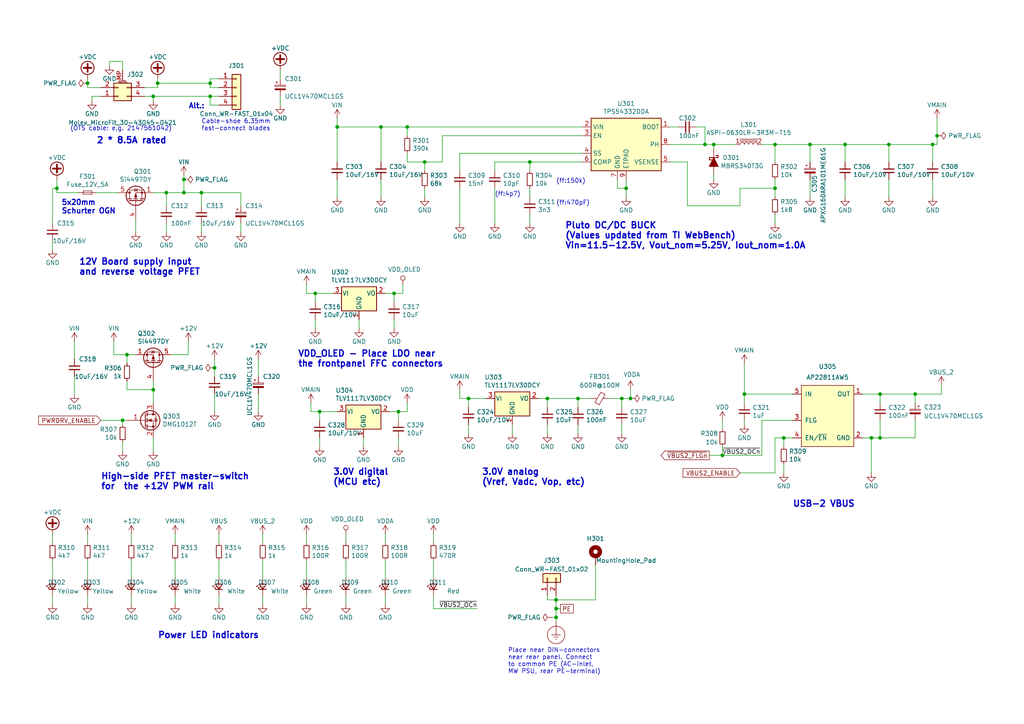
<source format=kicad_sch>
(kicad_sch (version 20211123) (generator eeschema)
  (paper "A4")
  (title_block (title "DC/DC Buck, LDOs & master load-switches") (date "2020-05-08") (rev "R0.1") (company "SolderingStationGroup : Jonny Svärd / Mathias Johansson / Magnus Thulesius"))
  (junction (at 255.27 114.3))
  (junction (at 161.29 173.99))
  (junction (at 44.45 113.03))
  (junction (at 161.29 179.07))
  (junction (at 35.56 121.92))
  (junction (at 60.96 24.13))
  (junction (at 270.51 41.91))
  (junction (at 91.44 85.09))
  (junction (at 255.27 127))
  (junction (at 92.71 119.38))
  (junction (at 207.01 41.91))
  (junction (at 123.19 46.99))
  (junction (at 158.75 115.57))
  (junction (at 135.89 115.57))
  (junction (at 215.9 114.3))
  (junction (at 245.11 41.91))
  (junction (at 271.78 39.37))
  (junction (at 97.79 36.83))
  (junction (at 45.72 24.13))
  (junction (at 161.29 176.53))
  (junction (at 167.64 115.57))
  (junction (at 48.26 55.88))
  (junction (at 16.51 54.61))
  (junction (at 44.45 27.94))
  (junction (at 110.49 36.83))
  (junction (at 115.57 119.38))
  (junction (at 53.34 55.88))
  (junction (at 114.3 85.09))
  (junction (at 118.11 36.83))
  (junction (at 182.88 115.57))
  (junction (at 25.4 24.13))
  (junction (at 265.43 114.3))
  (junction (at 204.47 41.91))
  (junction (at 209.55 132.08))
  (junction (at 257.81 41.91))
  (junction (at 227.33 127))
  (junction (at 60.96 27.94))
  (junction (at 58.42 55.88))
  (junction (at 53.34 52.07))
  (junction (at 224.79 41.91))
  (junction (at 224.79 54.61))
  (junction (at 180.34 115.57))
  (junction (at 36.83 102.87))
  (junction (at 62.23 106.68))
  (junction (at 153.67 46.99))
  (junction (at 181.61 54.61))
  (junction (at 252.73 127))
  (junction (at 234.95 41.91))
  (wire (pts (xy 161.29 173.99) (xy 161.29 172.72)))
  (wire (pts (xy 143.51 46.99) (xy 143.51 49.53)))
  (wire (pts (xy 270.51 41.91) (xy 271.78 41.91)))
  (wire (pts (xy 16.51 55.88) (xy 16.51 54.61)))
  (wire (pts (xy 15.24 154.94) (xy 15.24 157.48)))
  (wire (pts (xy 118.11 39.37) (xy 118.11 36.83)))
  (wire (pts (xy 90.17 119.38) (xy 92.71 119.38)))
  (wire (pts (xy 271.78 39.37) (xy 271.78 34.29)))
  (wire (pts (xy 250.19 114.3) (xy 255.27 114.3)))
  (wire (pts (xy 44.45 110.49) (xy 44.45 113.03)))
  (wire (pts (xy 44.45 55.88) (xy 48.26 55.88)))
  (wire (pts (xy 25.4 162.56) (xy 25.4 167.64)))
  (wire (pts (xy 265.43 114.3) (xy 273.05 114.3)))
  (wire (pts (xy 100.33 172.72) (xy 100.33 175.26)))
  (wire (pts (xy 111.76 154.94) (xy 111.76 157.48)))
  (wire (pts (xy 273.05 114.3) (xy 273.05 111.76)))
  (wire (pts (xy 234.95 57.15) (xy 234.95 52.07)))
  (wire (pts (xy 58.42 64.77) (xy 58.42 67.31)))
  (wire (pts (xy 158.75 173.99) (xy 161.29 173.99)))
  (wire (pts (xy 38.1 154.94) (xy 38.1 157.48)))
  (wire (pts (xy 63.5 162.56) (xy 63.5 167.64)))
  (wire (pts (xy 194.31 41.91) (xy 204.47 41.91)))
  (wire (pts (xy 123.19 49.53) (xy 123.19 46.99)))
  (wire (pts (xy 100.33 162.56) (xy 100.33 167.64)))
  (wire (pts (xy 69.85 55.88) (xy 69.85 59.69)))
  (wire (pts (xy 224.79 46.99) (xy 224.79 41.91)))
  (wire (pts (xy 58.42 55.88) (xy 69.85 55.88)))
  (wire (pts (xy 53.34 55.88) (xy 53.34 52.07)))
  (wire (pts (xy 34.29 55.88) (xy 27.94 55.88)))
  (wire (pts (xy 224.79 41.91) (xy 234.95 41.91)))
  (wire (pts (xy 257.81 46.99) (xy 257.81 41.91)))
  (wire (pts (xy 168.91 44.45) (xy 133.35 44.45)))
  (wire (pts (xy 62.23 104.14) (xy 62.23 106.68)))
  (wire (pts (xy 182.88 115.57) (xy 180.34 115.57)))
  (wire (pts (xy 162.56 176.53) (xy 161.29 176.53)))
  (wire (pts (xy 62.23 114.3) (xy 62.23 119.38)))
  (wire (pts (xy 36.83 102.87) (xy 33.02 102.87)))
  (wire (pts (xy 15.24 54.61) (xy 16.51 54.61)))
  (wire (pts (xy 44.45 27.94) (xy 41.91 27.94)))
  (wire (pts (xy 113.03 119.38) (xy 115.57 119.38)))
  (wire (pts (xy 81.28 20.32) (xy 81.28 22.86)))
  (wire (pts (xy 90.17 116.84) (xy 90.17 119.38)))
  (wire (pts (xy 50.8 162.56) (xy 50.8 167.64)))
  (wire (pts (xy 207.01 43.18) (xy 207.01 41.91)))
  (wire (pts (xy 252.73 127) (xy 252.73 137.16)))
  (wire (pts (xy 111.76 172.72) (xy 111.76 175.26)))
  (wire (pts (xy 110.49 36.83) (xy 97.79 36.83)))
  (wire (pts (xy 168.91 36.83) (xy 118.11 36.83)))
  (wire (pts (xy 118.11 46.99) (xy 123.19 46.99)))
  (wire (pts (xy 105.41 127) (xy 105.41 129.54)))
  (wire (pts (xy 63.5 154.94) (xy 63.5 157.48)))
  (wire (pts (xy 180.34 123.19) (xy 180.34 125.73)))
  (wire (pts (xy 227.33 134.62) (xy 227.33 137.16)))
  (wire (pts (xy 125.73 167.64) (xy 125.73 162.56)))
  (wire (pts (xy 38.1 172.72) (xy 38.1 175.26)))
  (wire (pts (xy 172.72 173.99) (xy 172.72 163.83)))
  (wire (pts (xy 88.9 172.72) (xy 88.9 175.26)))
  (wire (pts (xy 209.55 121.92) (xy 209.55 124.46)))
  (wire (pts (xy 63.5 172.72) (xy 63.5 175.26)))
  (wire (pts (xy 118.11 119.38) (xy 118.11 116.84)))
  (wire (pts (xy 255.27 116.84) (xy 255.27 114.3)))
  (wire (pts (xy 158.75 115.57) (xy 158.75 118.11)))
  (wire (pts (xy 92.71 119.38) (xy 97.79 119.38)))
  (wire (pts (xy 245.11 41.91) (xy 257.81 41.91)))
  (wire (pts (xy 104.14 92.71) (xy 104.14 95.25)))
  (wire (pts (xy 123.19 57.15) (xy 123.19 54.61)))
  (wire (pts (xy 97.79 57.15) (xy 97.79 52.07)))
  (wire (pts (xy 45.72 24.13) (xy 45.72 22.86)))
  (wire (pts (xy 39.37 102.87) (xy 36.83 102.87)))
  (wire (pts (xy 207.01 41.91) (xy 213.36 41.91)))
  (wire (pts (xy 161.29 180.34) (xy 161.29 179.07)))
  (wire (pts (xy 33.02 102.87) (xy 33.02 99.06)))
  (wire (pts (xy 48.26 64.77) (xy 48.26 67.31)))
  (wire (pts (xy 153.67 46.99) (xy 143.51 46.99)))
  (wire (pts (xy 114.3 85.09) (xy 114.3 87.63)))
  (wire (pts (xy 110.49 57.15) (xy 110.49 52.07)))
  (wire (pts (xy 215.9 114.3) (xy 229.87 114.3)))
  (wire (pts (xy 97.79 46.99) (xy 97.79 36.83)))
  (wire (pts (xy 133.35 44.45) (xy 133.35 49.53)))
  (wire (pts (xy 125.73 176.53) (xy 125.73 172.72)))
  (wire (pts (xy 100.33 154.94) (xy 100.33 157.48)))
  (wire (pts (xy 204.47 41.91) (xy 207.01 41.91)))
  (wire (pts (xy 60.96 30.48) (xy 60.96 27.94)))
  (wire (pts (xy 135.89 123.19) (xy 135.89 125.73)))
  (wire (pts (xy 88.9 85.09) (xy 91.44 85.09)))
  (wire (pts (xy 245.11 57.15) (xy 245.11 52.07)))
  (wire (pts (xy 158.75 172.72) (xy 158.75 173.99)))
  (wire (pts (xy 255.27 114.3) (xy 265.43 114.3)))
  (wire (pts (xy 48.26 55.88) (xy 53.34 55.88)))
  (wire (pts (xy 181.61 54.61) (xy 181.61 57.15)))
  (wire (pts (xy 209.55 129.54) (xy 209.55 132.08)))
  (wire (pts (xy 115.57 119.38) (xy 118.11 119.38)))
  (wire (pts (xy 36.83 110.49) (xy 36.83 113.03)))
  (wire (pts (xy 35.56 123.19) (xy 35.56 121.92)))
  (wire (pts (xy 63.5 27.94) (xy 60.96 27.94)))
  (wire (pts (xy 270.51 46.99) (xy 270.51 41.91)))
  (wire (pts (xy 265.43 127) (xy 265.43 121.92)))
  (wire (pts (xy 209.55 132.08) (xy 220.98 132.08)))
  (wire (pts (xy 76.2 172.72) (xy 76.2 175.26)))
  (wire (pts (xy 234.95 46.99) (xy 234.95 41.91)))
  (wire (pts (xy 179.07 54.61) (xy 181.61 54.61)))
  (wire (pts (xy 255.27 127) (xy 265.43 127)))
  (wire (pts (xy 158.75 123.19) (xy 158.75 125.73)))
  (wire (pts (xy 22.86 55.88) (xy 16.51 55.88)))
  (wire (pts (xy 158.75 115.57) (xy 167.64 115.57)))
  (wire (pts (xy 128.27 39.37) (xy 168.91 39.37)))
  (wire (pts (xy 250.19 127) (xy 252.73 127)))
  (wire (pts (xy 31.75 19.05) (xy 31.75 17.78)))
  (wire (pts (xy 114.3 92.71) (xy 114.3 95.25)))
  (wire (pts (xy 182.88 115.57) (xy 182.88 113.03)))
  (wire (pts (xy 60.96 22.86) (xy 60.96 24.13)))
  (wire (pts (xy 60.96 24.13) (xy 60.96 25.4)))
  (wire (pts (xy 25.4 25.4) (xy 25.4 24.13)))
  (wire (pts (xy 161.29 176.53) (xy 161.29 173.99)))
  (wire (pts (xy 128.27 46.99) (xy 128.27 39.37)))
  (wire (pts (xy 180.34 115.57) (xy 176.53 115.57)))
  (wire (pts (xy 125.73 157.48) (xy 125.73 154.94)))
  (wire (pts (xy 88.9 82.55) (xy 88.9 85.09)))
  (wire (pts (xy 224.79 62.23) (xy 224.79 64.77)))
  (wire (pts (xy 224.79 54.61) (xy 224.79 57.15)))
  (wire (pts (xy 148.59 123.19) (xy 148.59 125.73)))
  (wire (pts (xy 44.45 29.21) (xy 44.45 27.94)))
  (wire (pts (xy 179.07 52.07) (xy 179.07 54.61)))
  (wire (pts (xy 199.39 46.99) (xy 194.31 46.99)))
  (wire (pts (xy 227.33 129.54) (xy 227.33 127)))
  (wire (pts (xy 153.67 46.99) (xy 153.67 49.53)))
  (wire (pts (xy 60.96 27.94) (xy 44.45 27.94)))
  (wire (pts (xy 138.43 176.53) (xy 125.73 176.53)))
  (wire (pts (xy 153.67 62.23) (xy 153.67 64.77)))
  (wire (pts (xy 41.91 25.4) (xy 45.72 25.4)))
  (wire (pts (xy 29.21 25.4) (xy 25.4 25.4)))
  (wire (pts (xy 180.34 118.11) (xy 180.34 115.57)))
  (wire (pts (xy 265.43 116.84) (xy 265.43 114.3)))
  (wire (pts (xy 74.93 104.14) (xy 74.93 109.22)))
  (wire (pts (xy 160.02 179.07) (xy 161.29 179.07)))
  (wire (pts (xy 245.11 46.99) (xy 245.11 41.91)))
  (wire (pts (xy 133.35 54.61) (xy 133.35 64.77)))
  (wire (pts (xy 35.56 128.27) (xy 35.56 130.81)))
  (wire (pts (xy 227.33 127) (xy 229.87 127)))
  (wire (pts (xy 76.2 154.94) (xy 76.2 157.48)))
  (wire (pts (xy 257.81 41.91) (xy 270.51 41.91)))
  (wire (pts (xy 181.61 52.07) (xy 181.61 54.61)))
  (wire (pts (xy 257.81 57.15) (xy 257.81 52.07)))
  (wire (pts (xy 224.79 137.16) (xy 224.79 127)))
  (wire (pts (xy 54.61 102.87) (xy 54.61 99.06)))
  (wire (pts (xy 92.71 119.38) (xy 92.71 121.92)))
  (wire (pts (xy 199.39 59.69) (xy 199.39 46.99)))
  (wire (pts (xy 62.23 106.68) (xy 62.23 109.22)))
  (wire (pts (xy 123.19 46.99) (xy 128.27 46.99)))
  (wire (pts (xy 110.49 46.99) (xy 110.49 36.83)))
  (wire (pts (xy 45.72 25.4) (xy 45.72 24.13)))
  (wire (pts (xy 215.9 123.19) (xy 215.9 121.92)))
  (wire (pts (xy 220.98 41.91) (xy 224.79 41.91)))
  (wire (pts (xy 49.53 102.87) (xy 54.61 102.87)))
  (wire (pts (xy 44.45 130.81) (xy 44.45 127)))
  (wire (pts (xy 48.26 55.88) (xy 48.26 59.69)))
  (wire (pts (xy 63.5 22.86) (xy 60.96 22.86)))
  (wire (pts (xy 91.44 92.71) (xy 91.44 95.25)))
  (wire (pts (xy 26.67 27.94) (xy 29.21 27.94)))
  (wire (pts (xy 39.37 67.31) (xy 39.37 63.5)))
  (wire (pts (xy 31.75 17.78) (xy 35.56 17.78)))
  (wire (pts (xy 167.64 115.57) (xy 171.45 115.57)))
  (wire (pts (xy 63.5 30.48) (xy 60.96 30.48)))
  (wire (pts (xy 224.79 54.61) (xy 214.63 54.61)))
  (wire (pts (xy 167.64 123.19) (xy 167.64 125.73)))
  (wire (pts (xy 69.85 64.77) (xy 69.85 67.31)))
  (wire (pts (xy 35.56 121.92) (xy 29.21 121.92)))
  (wire (pts (xy 97.79 36.83) (xy 97.79 34.29)))
  (wire (pts (xy 220.98 121.92) (xy 229.87 121.92)))
  (wire (pts (xy 36.83 121.92) (xy 35.56 121.92)))
  (wire (pts (xy 88.9 162.56) (xy 88.9 167.64)))
  (wire (pts (xy 53.34 52.07) (xy 53.34 50.8)))
  (wire (pts (xy 25.4 172.72) (xy 25.4 175.26)))
  (wire (pts (xy 215.9 116.84) (xy 215.9 114.3)))
  (wire (pts (xy 255.27 121.92) (xy 255.27 127)))
  (wire (pts (xy 21.59 99.06) (xy 21.59 104.14)))
  (wire (pts (xy 204.47 36.83) (xy 204.47 41.91)))
  (wire (pts (xy 91.44 85.09) (xy 91.44 87.63)))
  (wire (pts (xy 156.21 115.57) (xy 158.75 115.57)))
  (wire (pts (xy 50.8 172.72) (xy 50.8 175.26)))
  (wire (pts (xy 114.3 85.09) (xy 116.84 85.09)))
  (wire (pts (xy 135.89 115.57) (xy 140.97 115.57)))
  (wire (pts (xy 111.76 85.09) (xy 114.3 85.09)))
  (wire (pts (xy 116.84 85.09) (xy 116.84 82.55)))
  (wire (pts (xy 135.89 115.57) (xy 135.89 118.11)))
  (wire (pts (xy 207.01 52.07) (xy 207.01 50.8)))
  (wire (pts (xy 224.79 52.07) (xy 224.79 54.61)))
  (wire (pts (xy 15.24 72.39) (xy 15.24 69.85)))
  (wire (pts (xy 111.76 162.56) (xy 111.76 167.64)))
  (wire (pts (xy 35.56 17.78) (xy 35.56 20.32)))
  (wire (pts (xy 15.24 172.72) (xy 15.24 175.26)))
  (wire (pts (xy 88.9 154.94) (xy 88.9 157.48)))
  (wire (pts (xy 214.63 59.69) (xy 199.39 59.69)))
  (wire (pts (xy 215.9 105.41) (xy 215.9 114.3)))
  (wire (pts (xy 168.91 46.99) (xy 153.67 46.99)))
  (wire (pts (xy 167.64 118.11) (xy 167.64 115.57)))
  (wire (pts (xy 38.1 162.56) (xy 38.1 167.64)))
  (wire (pts (xy 25.4 24.13) (xy 25.4 22.86)))
  (wire (pts (xy 271.78 41.91) (xy 271.78 39.37)))
  (wire (pts (xy 16.51 54.61) (xy 16.51 52.07)))
  (wire (pts (xy 133.35 113.03) (xy 133.35 115.57)))
  (wire (pts (xy 45.72 24.13) (xy 60.96 24.13)))
  (wire (pts (xy 92.71 127) (xy 92.71 129.54)))
  (wire (pts (xy 76.2 162.56) (xy 76.2 167.64)))
  (wire (pts (xy 214.63 137.16) (xy 224.79 137.16)))
  (wire (pts (xy 21.59 109.22) (xy 21.59 114.3)))
  (wire (pts (xy 115.57 127) (xy 115.57 129.54)))
  (wire (pts (xy 252.73 127) (xy 255.27 127)))
  (wire (pts (xy 194.31 36.83) (xy 196.85 36.83)))
  (wire (pts (xy 44.45 113.03) (xy 44.45 116.84)))
  (wire (pts (xy 205.74 132.08) (xy 209.55 132.08)))
  (wire (pts (xy 50.8 154.94) (xy 50.8 157.48)))
  (wire (pts (xy 15.24 64.77) (xy 15.24 54.61)))
  (wire (pts (xy 81.28 27.94) (xy 81.28 30.48)))
  (wire (pts (xy 36.83 113.03) (xy 44.45 113.03)))
  (wire (pts (xy 53.34 55.88) (xy 58.42 55.88)))
  (wire (pts (xy 214.63 54.61) (xy 214.63 59.69)))
  (wire (pts (xy 15.24 162.56) (xy 15.24 167.64)))
  (wire (pts (xy 25.4 154.94) (xy 25.4 157.48)))
  (wire (pts (xy 161.29 173.99) (xy 172.72 173.99)))
  (wire (pts (xy 91.44 85.09) (xy 96.52 85.09)))
  (wire (pts (xy 234.95 41.91) (xy 245.11 41.91)))
  (wire (pts (xy 118.11 46.99) (xy 118.11 44.45)))
  (wire (pts (xy 220.98 132.08) (xy 220.98 121.92)))
  (wire (pts (xy 201.93 36.83) (xy 204.47 36.83)))
  (wire (pts (xy 74.93 114.3) (xy 74.93 119.38)))
  (wire (pts (xy 36.83 105.41) (xy 36.83 102.87)))
  (wire (pts (xy 270.51 57.15) (xy 270.51 52.07)))
  (wire (pts (xy 224.79 127) (xy 227.33 127)))
  (wire (pts (xy 143.51 54.61) (xy 143.51 64.77)))
  (wire (pts (xy 26.67 29.21) (xy 26.67 27.94)))
  (wire (pts (xy 115.57 119.38) (xy 115.57 121.92)))
  (wire (pts (xy 133.35 115.57) (xy 135.89 115.57)))
  (wire (pts (xy 153.67 57.15) (xy 153.67 54.61)))
  (wire (pts (xy 161.29 179.07) (xy 161.29 176.53)))
  (wire (pts (xy 58.42 55.88) (xy 58.42 59.69)))
  (wire (pts (xy 118.11 36.83) (xy 110.49 36.83)))
  (wire (pts (xy 60.96 25.4) (xy 63.5 25.4)))
  (text "USB-2 VBUS" (at 229.87 147.32 0) (effects (font (size 1.8034 1.8034) (thickness 0.3607) bold) (justify left bottom)))
  (text "High-side PFET master-switch\nfor  the +12V PWM rail\n" (at 29.21 142.24 0) (effects (font (size 1.8034 1.8034) (thickness 0.3607) bold) (justify left bottom)))
  (text "Power LED indicators" (at 45.72 185.42 0) (effects (font (size 1.8034 1.8034) (thickness 0.3607) bold) (justify left bottom)))
  (text "2 * 8.5A rated" (at 27.94 41.91 0) (effects (font (size 1.8034 1.8034) (thickness 0.3607) bold) (justify left bottom)))
  (text "Cable-shoe 6.35mm\nfast-connect blades\n" (at 58.42 38.1 0) (effects (font (size 1.27 1.27)) (justify left bottom)))
  (text "3.0V analog\n(Vref, Vadc, Vop, etc)" (at 139.7 140.97 0) (effects (font (size 1.8034 1.8034) (thickness 0.3607) bold) (justify left bottom)))
  (text "(ff:150k)" (at 161.29 53.34 0) (effects (font (size 1.27 1.27)) (justify left bottom)))
  (text "12V Board supply input\nand reverse voltage PFET" (at 22.86 80.01 0) (effects (font (size 1.8034 1.8034) (thickness 0.3607) bold) (justify left bottom)))
  (text "(ff:470pF)" (at 161.29 59.69 0) (effects (font (size 1.27 1.27)) (justify left bottom)))
  (text "(ff:4p7)" (at 143.51 57.15 0) (effects (font (size 1.27 1.27)) (justify left bottom)))
  (text "(OTS cable: e.g. 2147561042)" (at 20.32 38.1 0) (effects (font (size 1.27 1.27)) (justify left bottom)))
  (text "Alt.:" (at 54.61 31.75 0) (effects (font (size 1.524 1.524) (thickness 0.3048) bold) (justify left bottom)))
  (text "5x20mm\nSchurter OGN" (at 17.78 62.23 0) (effects (font (size 1.524 1.524) (thickness 0.3048) bold) (justify left bottom)))
  (text "Place near DIN-connectors\nnear rear panel. Connect\nto common PE (AC-inlet,\nMW PSU, rear PE-terminal)" (at 147.32 195.58 0) (effects (font (size 1.27 1.27)) (justify left bottom)))
  (text "VDD_OLED - Place LDO near \nthe frontpanel FFC connectors" (at 86.36 106.68 0) (effects (font (size 1.8034 1.8034) (thickness 0.3607) bold) (justify left bottom)))
  (text "Pluto DC/DC BUCK\n(Values updated from TI WebBench)\nVin=11.5-12.5V, Vout_nom=5.25V, Iout_nom=1.0A" (at 163.83 72.39 0) (effects (font (size 1.8034 1.8034) (thickness 0.3607) bold) (justify left bottom)))
  (text "3.0V digital\n(MCU etc)" (at 96.52 140.97 0) (effects (font (size 1.8034 1.8034) (thickness 0.3607) bold) (justify left bottom)))
  (label "~{VBUS2_OCn}" (at 138.43 176.53 180))
  (label "~{VBUS2_OCn}" (at 209.55 132.08 0))
  (global_label "~{VBUS2_FLGn}" (shape output) (at 205.74 132.08 180) (property "Intersheet References" "${INTERSHEET_REFS}" (effects hide)))
  (global_label "PE" (shape passive) (at 162.56 176.53 0) (property "Intersheet References" "${INTERSHEET_REFS}" (effects hide)))
  (global_label "VBUS2_ENABLE" (shape input) (at 214.63 137.16 180) (property "Intersheet References" "${INTERSHEET_REFS}" (effects hide)))
  (global_label "PWRDRV_ENABLE" (shape input) (at 29.21 121.92 180) (property "Intersheet References" "${INTERSHEET_REFS}" (effects hide)))
  (symbol (lib_id "power:VDD") (at 209.55 121.92 0) (unit 1)
    (property "Reference" "#PWR0349" (effects hide))
    (property "Value" "VDD" (at 209.55 118.11 0))
  )
  (symbol (lib_id "Device:LED_Small") (at 125.73 170.18 90) (unit 1)
    (property "Reference" "D311" (at 129.54 168.91 90) (effects (justify left)))
    (property "Value" "Red" (at 133.35 171.45 90) (effects (justify left)))
    (property "Footprint" "LED_SMD:LED_0603_1608Metric" (effects hide))
    (property "JLC_part" "Basic" (effects hide))
    (property "LCSC" "C2286" (effects hide))
  )
  (symbol (lib_id "Device:R_Small") (at 125.73 160.02 0) (unit 1)
    (property "Reference" "R319" (at 127.2286 158.8516 0) (effects (justify left)))
    (property "Value" "470R" (at 127.2286 161.163 0) (effects (justify left)))
    (property "Footprint" "Resistor_SMD:R_0402_1005Metric" (effects hide))
    (property "JLC_part" "Basic" (effects hide))
    (property "LCSC" "C25117" (effects hide))
  )
  (symbol (lib_id "power:VDD") (at 125.73 154.94 0) (unit 1)
    (property "Reference" "#PWR0372" (effects hide))
    (property "Value" "VDD" (at 125.73 151.13 0))
  )
  (symbol (lib_id "Device:Ferrite_Bead_Small") (at 173.99 115.57 270) (unit 1)
    (property "Reference" "FB301" (at 173.99 109.22 90))
    (property "Value" "600R@100M" (at 173.99 111.76 90))
    (property "Footprint" "Inductor_SMD:L_0603_1608Metric" (effects hide))
    (property "Datasheet" "https://datasheet.lcsc.com/szlcsc/Sunlord-GZ2012D601TF_C1017.pdf" (effects hide))
    (property "JLC_part" "Basic" (effects hide))
    (property "LCSC" "C1017" (effects hide))
  )
  (symbol (lib_id "Device:C_Small") (at 167.64 120.65 0) (unit 1)
    (property "Reference" "C326" (at 169.9768 119.4816 0) (effects (justify left)))
    (property "Value" "100nF" (at 169.9768 121.793 0) (effects (justify left)))
    (property "Footprint" "Capacitor_SMD:C_0402_1005Metric" (effects hide))
    (property "JLC_part" "Basic" (effects hide))
    (property "LCSC" "C1525" (effects hide))
  )
  (symbol (lib_id "Device:C_Small") (at 180.34 120.65 0) (unit 1)
    (property "Reference" "C327" (at 182.6768 119.4816 0) (effects (justify left)))
    (property "Value" "10uF" (at 182.6768 121.793 0) (effects (justify left)))
    (property "Footprint" "Capacitor_SMD:C_0402_1005Metric" (effects hide))
    (property "JLC_part" "Basic" (effects hide))
    (property "LCSC" "C15525" (effects hide))
  )
  (symbol (lib_id "power:GND") (at 167.64 125.73 0) (unit 1)
    (property "Reference" "#PWR0354" (effects hide))
    (property "Value" "GND" (at 167.64 129.54 0))
  )
  (symbol (lib_id "power:GND") (at 180.34 125.73 0) (unit 1)
    (property "Reference" "#PWR0355" (effects hide))
    (property "Value" "GND" (at 180.34 129.54 0))
  )
  (symbol (lib_id "customlib_mj:VIN") (at 53.34 50.8 0) (unit 1)
    (property "Reference" "#PWR0310" (effects hide))
    (property "Value" "VIN" (at 53.34 46.99 0))
  )
  (symbol (lib_id "customlib_mj:UCL1V470MCL1GS") (at 69.85 62.23 0) (unit 1)
    (property "Reference" "C314" (at 71.12 59.69 0) (effects (justify left)))
    (property "Value" "UCL1V470MCL1GS" (at 71.12 64.77 0) (effects (justify left)))
    (property "Footprint" "Capacitor_SMD:CP_Elec_6.3x5.8" (effects hide))
    (property "Datasheet" "https://www.mouser.se/datasheet/2/293/e-ucl-1513103.pdf" (effects hide))
  )
  (symbol (lib_id "Device:C_Small") (at 48.26 62.23 0) (unit 1)
    (property "Reference" "C312" (at 49.53 59.69 0) (effects (justify left)))
    (property "Value" "100nF" (at 49.53 64.77 0) (effects (justify left)))
    (property "Footprint" "Capacitor_SMD:C_0402_1005Metric" (effects hide))
    (property "JLC_part" "Basic" (effects hide))
    (property "LCSC" "C1525" (effects hide))
  )
  (symbol (lib_id "power:GND") (at 69.85 67.31 0) (unit 1)
    (property "Reference" "#PWR0328" (effects hide))
    (property "Value" "GND" (at 69.85 71.12 0))
  )
  (symbol (lib_id "power:GND") (at 48.26 67.31 0) (unit 1)
    (property "Reference" "#PWR0326" (effects hide))
    (property "Value" "GND" (at 48.26 71.12 0))
  )
  (symbol (lib_id "power:GND") (at 21.59 114.3 0) (unit 1)
    (property "Reference" "#PWR0344" (effects hide))
    (property "Value" "GND" (at 21.59 118.11 0))
  )
  (symbol (lib_id "Device:C_Small") (at 97.79 49.53 0) (unit 1)
    (property "Reference" "C303" (at 100.1268 48.3616 0) (effects (justify left)))
    (property "Value" "10uF/16V" (at 100.1268 50.673 0) (effects (justify left)))
    (property "Footprint" "Capacitor_SMD:C_0805_2012Metric" (effects hide))
    (property "JLC_part" "Basic" (effects hide))
    (property "LCSC" "C15850" (effects hide))
  )
  (symbol (lib_id "customlib_mj:VIN") (at 97.79 34.29 0) (unit 1)
    (property "Reference" "#PWR0308" (effects hide))
    (property "Value" "VIN" (at 97.79 30.48 0))
  )
  (symbol (lib_id "Device:C_Small") (at 110.49 49.53 0) (unit 1)
    (property "Reference" "C304" (at 112.8268 48.3616 0) (effects (justify left)))
    (property "Value" "10uF/16V" (at 112.8268 50.673 0) (effects (justify left)))
    (property "Footprint" "Capacitor_SMD:C_0805_2012Metric" (effects hide))
    (property "JLC_part" "Basic" (effects hide))
    (property "LCSC" "C15850" (effects hide))
  )
  (symbol (lib_id "Device:R_Small") (at 118.11 41.91 0) (unit 1)
    (property "Reference" "R301" (at 119.6086 40.7416 0) (effects (justify left)))
    (property "Value" "390k" (at 119.6086 43.053 0) (effects (justify left)))
    (property "Footprint" "Resistor_SMD:R_0603_1608Metric" (effects hide))
    (property "JLC_part" "Basic" (effects hide))
    (property "LCSC" "C23150" (effects hide))
  )
  (symbol (lib_id "Device:R_Small") (at 123.19 52.07 0) (unit 1)
    (property "Reference" "R303" (at 124.6886 50.9016 0) (effects (justify left)))
    (property "Value" "68k" (at 124.6886 53.213 0) (effects (justify left)))
    (property "Footprint" "Resistor_SMD:R_0603_1608Metric" (effects hide))
    (property "JLC_part" "Basic" (effects hide))
    (property "LCSC" "C36871" (effects hide))
  )
  (symbol (lib_id "Device:C_Small") (at 133.35 52.07 0) (unit 1)
    (property "Reference" "C309" (at 135.6868 50.9016 0) (effects (justify left)))
    (property "Value" "15nF" (at 135.6868 53.213 0) (effects (justify left)))
    (property "Footprint" "Capacitor_SMD:C_0603_1608Metric" (effects hide))
    (property "JLC_part" "Basic" (effects hide))
    (property "LCSC" "C1596" (effects hide))
  )
  (symbol (lib_id "Device:C_Small") (at 143.51 52.07 0) (unit 1)
    (property "Reference" "C310" (at 145.8468 50.9016 0) (effects (justify left)))
    (property "Value" "10pF" (at 145.8468 53.213 0) (effects (justify left)))
    (property "Footprint" "Capacitor_SMD:C_0402_1005Metric" (effects hide))
    (property "JLC_part" "Basic" (effects hide))
    (property "LCSC" "C32949" (effects hide))
  )
  (symbol (lib_id "Device:C_Small") (at 153.67 59.69 0) (unit 1)
    (property "Reference" "C311" (at 156.0068 58.5216 0) (effects (justify left)))
    (property "Value" "3n3" (at 156.0068 60.833 0) (effects (justify left)))
    (property "Footprint" "Capacitor_SMD:C_0402_1005Metric" (effects hide))
    (property "JLC_part" "Basic" (effects hide))
    (property "LCSC" "C26404" (effects hide))
  )
  (symbol (lib_id "Device:R_Small") (at 153.67 52.07 0) (unit 1)
    (property "Reference" "R304" (at 155.1686 50.9016 0) (effects (justify left)))
    (property "Value" "10k" (at 155.1686 53.213 0) (effects (justify left)))
    (property "Footprint" "Resistor_SMD:R_0402_1005Metric" (effects hide))
    (property "JLC_part" "Basic" (effects hide))
    (property "LCSC" "C25744" (effects hide))
  )
  (symbol (lib_id "customlib_mj:TPS54332DDA") (at 181.61 41.91 0)
    (property "Reference" "U301" (at 181.61 30.0482 0))
    (property "Value" "TPS54332DDA" (at 181.61 32.3596 0))
    (property "Footprint" "Package_SO:TI_SO-PowerPAD-8_ThermalVias" (effects hide))
    (property "Datasheet" "https://www.ti.com/lit/gpn/tps54332" (effects hide))
    (property "JLC_part" "Extended" (effects hide))
    (property "LCSC" "C41312" (effects hide))
  )
  (symbol (lib_id "power:GND") (at 153.67 64.77 0) (unit 1)
    (property "Reference" "#PWR0323" (effects hide))
    (property "Value" "GND" (at 153.67 68.58 0))
  )
  (symbol (lib_id "power:GND") (at 143.51 64.77 0) (unit 1)
    (property "Reference" "#PWR0322" (effects hide))
    (property "Value" "GND" (at 143.51 68.58 0))
  )
  (symbol (lib_id "power:GND") (at 133.35 64.77 0) (unit 1)
    (property "Reference" "#PWR0321" (effects hide))
    (property "Value" "GND" (at 133.35 68.58 0))
  )
  (symbol (lib_id "power:GND") (at 123.19 57.15 0) (unit 1)
    (property "Reference" "#PWR0315" (effects hide))
    (property "Value" "GND" (at 123.19 60.96 0))
  )
  (symbol (lib_id "power:GND") (at 110.49 57.15 0) (unit 1)
    (property "Reference" "#PWR0314" (effects hide))
    (property "Value" "GND" (at 110.49 60.96 0))
  )
  (symbol (lib_id "power:GND") (at 97.79 57.15 0) (unit 1)
    (property "Reference" "#PWR0313" (effects hide))
    (property "Value" "GND" (at 97.79 60.96 0))
  )
  (symbol (lib_id "power:GND") (at 181.61 57.15 0) (unit 1)
    (property "Reference" "#PWR0316" (effects hide))
    (property "Value" "GND" (at 181.61 60.96 0))
  )
  (symbol (lib_id "Device:C_Small") (at 199.39 36.83 270) (unit 1)
    (property "Reference" "C302" (at 199.39 34.29 90))
    (property "Value" "100nF" (at 196.85 39.37 90) (effects (justify left)))
    (property "Footprint" "Capacitor_SMD:C_0402_1005Metric" (effects hide))
    (property "JLC_part" "Basic" (effects hide))
    (property "LCSC" "C1525" (effects hide))
  )
  (symbol (lib_id "Device:R_Small") (at 224.79 59.69 0) (unit 1)
    (property "Reference" "R305" (at 226.2886 58.5216 0) (effects (justify left)))
    (property "Value" "1k8" (at 226.2886 60.833 0) (effects (justify left)))
    (property "Footprint" "Resistor_SMD:R_0603_1608Metric" (effects hide))
    (property "JLC_part" "Basic" (effects hide))
    (property "LCSC" "C4177" (effects hide))
  )
  (symbol (lib_id "power:GND") (at 224.79 64.77 0) (unit 1)
    (property "Reference" "#PWR0324" (effects hide))
    (property "Value" "GND" (at 224.79 68.58 0))
  )
  (symbol (lib_id "Device:R_Small") (at 224.79 49.53 0) (unit 1)
    (property "Reference" "R302" (at 226.2886 48.3616 0) (effects (justify left)))
    (property "Value" "10k" (at 226.2886 50.673 0) (effects (justify left)))
    (property "Footprint" "Resistor_SMD:R_0402_1005Metric" (effects hide))
    (property "JLC_part" "Basic" (effects hide))
    (property "LCSC" "C25744" (effects hide))
  )
  (symbol (lib_id "customlib_mj:MBRS340T3G") (at 207.01 46.99 270) (unit 1)
    (property "Reference" "D301" (at 209.55 45.72 90) (effects (justify left)))
    (property "Value" "MBRS340T3G" (at 215.2396 48.133 90))
    (property "Footprint" "customlib_mj_fp:MBRS3xx_SMC_CASE_403AC" (effects hide))
    (property "Datasheet" "https://www.onsemi.com/pub/Collateral/MBRS340T3-D.PDF" (effects hide))
    (property "JLC_part" "Extended" (effects hide))
    (property "LCSC" "C40326" (effects hide))
  )
  (symbol (lib_id "power:GND") (at 207.01 52.07 0) (unit 1)
    (property "Reference" "#PWR0312" (effects hide))
    (property "Value" "GND" (at 207.01 55.88 0))
  )
  (symbol (lib_id "customlib_mj:ASPI-0630LR-3R3M-T15") (at 217.17 41.91 0) (unit 1)
    (property "Reference" "L301" (at 217.17 36.1696 0))
    (property "Value" "ASPI-0630LR-3R3M-T15" (at 217.17 38.481 0))
    (property "Footprint" "customlib_mj_fp:ASPI-0603LR" (effects hide))
    (property "Datasheet" "https://www.mouser.se/datasheet/2/3/ASPI-0630LR-1774844.pdf" (effects hide))
  )
  (symbol (lib_id "customlib_mj:APXG160ARA101ME61G") (at 234.95 49.53 0) (unit 1)
    (property "Reference" "C305" (at 236.22 55.88 90) (effects (justify left)))
    (property "Value" "APXG160ARA101ME61G" (at 238.76 64.77 90) (effects (justify left)))
    (property "Footprint" "Capacitor_SMD:CP_Elec_5x5.8" (effects hide))
    (property "Datasheet" "https://www.mouser.se/datasheet/2/420/United-Chemi-Con-775864.pdf" (effects hide))
  )
  (symbol (lib_id "Device:C_Small") (at 245.11 49.53 0) (unit 1)
    (property "Reference" "C306" (at 247.4468 48.3616 0) (effects (justify left)))
    (property "Value" "10uF/10V" (at 247.4468 50.673 0) (effects (justify left)))
    (property "Footprint" "Capacitor_SMD:C_0603_1608Metric" (effects hide))
    (property "JLC_part" "Basic" (effects hide))
    (property "LCSC" "C19702" (effects hide))
  )
  (symbol (lib_id "power:GND") (at 234.95 57.15 0) (unit 1)
    (property "Reference" "#PWR0317" (effects hide))
    (property "Value" "GND" (at 234.95 60.96 0))
  )
  (symbol (lib_id "power:GND") (at 245.11 57.15 0) (unit 1)
    (property "Reference" "#PWR0318" (effects hide))
    (property "Value" "GND" (at 245.11 60.96 0))
  )
  (symbol (lib_id "customlib_mj:Si4497DY") (at 44.45 105.41 270) (mirror x) (unit 1)
    (property "Reference" "Q302" (at 39.878 96.7232 90) (effects (justify left)))
    (property "Value" "Si4497DY" (at 39.878 99.0346 90) (effects (justify left)))
    (property "Footprint" "customlib_mj_fp:SOIC-8_3.9x4.9mm_P1.27mm" (effects hide))
    (property "Datasheet" "https://www.vishay.com/docs/65748/si4497dy.pdf" (effects hide))
    (property "JLC_part" "Extended" (effects hide))
    (property "LCSC" "C143044" (effects hide))
  )
  (symbol (lib_id "customlib_mj:VMAIN") (at 271.78 34.29 0) (unit 1)
    (property "Reference" "#PWR0309" (effects hide))
    (property "Value" "VMAIN" (at 271.78 30.48 0))
  )
  (symbol (lib_id "customlib_mj:VIN") (at 21.59 99.06 0) (unit 1)
    (property "Reference" "#PWR0335" (effects hide))
    (property "Value" "VIN" (at 21.59 95.25 0))
  )
  (symbol (lib_id "Device:C_Small") (at 257.81 49.53 0) (unit 1)
    (property "Reference" "C307" (at 260.1468 48.3616 0) (effects (justify left)))
    (property "Value" "10uF/10V" (at 260.1468 50.673 0) (effects (justify left)))
    (property "Footprint" "Capacitor_SMD:C_0603_1608Metric" (effects hide))
    (property "JLC_part" "Basic" (effects hide))
    (property "LCSC" "C19702" (effects hide))
  )
  (symbol (lib_id "power:GND") (at 257.81 57.15 0) (unit 1)
    (property "Reference" "#PWR0319" (effects hide))
    (property "Value" "GND" (at 257.81 60.96 0))
  )
  (symbol (lib_id "Device:C_Small") (at 58.42 62.23 0) (unit 1)
    (property "Reference" "C313" (at 59.69 59.69 0) (effects (justify left)))
    (property "Value" "10uF/16V" (at 58.42 64.77 0) (effects (justify left)))
    (property "Footprint" "Capacitor_SMD:C_0805_2012Metric" (effects hide))
    (property "JLC_part" "Basic" (effects hide))
    (property "LCSC" "C15850" (effects hide))
  )
  (symbol (lib_id "power:GND") (at 58.42 67.31 0) (unit 1)
    (property "Reference" "#PWR0327" (effects hide))
    (property "Value" "GND" (at 58.42 71.12 0))
  )
  (symbol (lib_id "customlib_mj:TLV1117LV30DCY") (at 105.41 119.38 0) (unit 1)
    (property "Reference" "U304" (at 97.3074 113.2332 0) (effects (justify left)))
    (property "Value" "TLV1117LV30DCY" (at 105.41 115.5446 0))
    (property "Footprint" "Package_TO_SOT_SMD:SOT-223-3_TabPin2" (effects hide))
    (property "Datasheet" "https://www.ti.com/lit/gpn/tlv1117lv" (effects hide))
  )
  (symbol (lib_id "Device:C_Small") (at 21.59 106.68 0) (unit 1)
    (property "Reference" "C318" (at 22.86 104.14 0) (effects (justify left)))
    (property "Value" "10uF/16V" (at 21.59 109.22 0) (effects (justify left)))
    (property "Footprint" "Capacitor_SMD:C_0805_2012Metric" (effects hide))
    (property "JLC_part" "Basic" (effects hide))
    (property "LCSC" "C15850" (effects hide))
  )
  (symbol (lib_id "Device:C_Small") (at 270.51 49.53 0) (unit 1)
    (property "Reference" "C308" (at 272.8468 48.3616 0) (effects (justify left)))
    (property "Value" "10uF/10V" (at 272.8468 50.673 0) (effects (justify left)))
    (property "Footprint" "Capacitor_SMD:C_0603_1608Metric" (effects hide))
    (property "JLC_part" "Basic" (effects hide))
    (property "LCSC" "C19702" (effects hide))
  )
  (symbol (lib_id "power:GND") (at 270.51 57.15 0) (unit 1)
    (property "Reference" "#PWR0320" (effects hide))
    (property "Value" "GND" (at 270.51 60.96 0))
  )
  (symbol (lib_id "power:GND") (at 62.23 119.38 0) (unit 1)
    (property "Reference" "#PWR0347" (effects hide))
    (property "Value" "GND" (at 62.23 123.19 0))
  )
  (symbol (lib_id "Device:C_Small") (at 62.23 111.76 0) (unit 1)
    (property "Reference" "C319" (at 63.5 109.22 0) (effects (justify left)))
    (property "Value" "10uF/16V" (at 62.23 114.3 0) (effects (justify left)))
    (property "Footprint" "Capacitor_SMD:C_0805_2012Metric" (effects hide))
    (property "JLC_part" "Basic" (effects hide))
    (property "LCSC" "C15850" (effects hide))
  )
  (symbol (lib_id "power:+12V") (at 62.23 104.14 0) (unit 1)
    (property "Reference" "#PWR0338" (effects hide))
    (property "Value" "+12V" (at 62.23 100.33 0))
  )
  (symbol (lib_id "Device:C_Small") (at 92.71 124.46 0) (unit 1)
    (property "Reference" "C328" (at 95.0468 123.2916 0) (effects (justify left)))
    (property "Value" "10uF/10V" (at 95.0468 125.603 0) (effects (justify left)))
    (property "Footprint" "Capacitor_SMD:C_0603_1608Metric" (effects hide))
    (property "JLC_part" "Basic" (effects hide))
    (property "LCSC" "C19702" (effects hide))
  )
  (symbol (lib_id "Device:C_Small") (at 115.57 124.46 0) (unit 1)
    (property "Reference" "C329" (at 117.9068 123.2916 0) (effects (justify left)))
    (property "Value" "10uF" (at 117.9068 125.603 0) (effects (justify left)))
    (property "Footprint" "Capacitor_SMD:C_0402_1005Metric" (effects hide))
    (property "JLC_part" "Basic" (effects hide))
    (property "LCSC" "C15525" (effects hide))
  )
  (symbol (lib_id "power:GND") (at 92.71 129.54 0) (unit 1)
    (property "Reference" "#PWR0356" (effects hide))
    (property "Value" "GND" (at 92.71 133.35 0))
  )
  (symbol (lib_id "power:GND") (at 105.41 129.54 0) (unit 1)
    (property "Reference" "#PWR0357" (effects hide))
    (property "Value" "GND" (at 105.41 133.35 0))
  )
  (symbol (lib_id "power:GND") (at 115.57 129.54 0) (unit 1)
    (property "Reference" "#PWR0358" (effects hide))
    (property "Value" "GND" (at 115.57 133.35 0))
  )
  (symbol (lib_id "customlib_mj:VMAIN") (at 90.17 116.84 0) (unit 1)
    (property "Reference" "#PWR0345" (effects hide))
    (property "Value" "VMAIN" (at 90.17 113.03 0))
  )
  (symbol (lib_id "power:VDD") (at 118.11 116.84 0) (unit 1)
    (property "Reference" "#PWR0346" (effects hide))
    (property "Value" "VDD" (at 118.11 113.03 0))
  )
  (symbol (lib_id "customlib_mj:TLV1117LV30DCY") (at 148.59 115.57 0) (unit 1)
    (property "Reference" "U303" (at 140.4874 109.4232 0) (effects (justify left)))
    (property "Value" "TLV1117LV30DCY" (at 148.59 111.7346 0))
    (property "Footprint" "Package_TO_SOT_SMD:SOT-223-3_TabPin2" (effects hide))
    (property "Datasheet" "https://www.ti.com/lit/gpn/tlv1117lv" (effects hide))
  )
  (symbol (lib_id "Device:C_Small") (at 135.89 120.65 0) (unit 1)
    (property "Reference" "C324" (at 138.2268 119.4816 0) (effects (justify left)))
    (property "Value" "10uF/10V" (at 138.2268 121.793 0) (effects (justify left)))
    (property "Footprint" "Capacitor_SMD:C_0603_1608Metric" (effects hide))
    (property "JLC_part" "Basic" (effects hide))
    (property "LCSC" "C19702" (effects hide))
  )
  (symbol (lib_id "Device:C_Small") (at 158.75 120.65 0) (unit 1)
    (property "Reference" "C325" (at 161.0868 119.4816 0) (effects (justify left)))
    (property "Value" "10uF" (at 161.0868 121.793 0) (effects (justify left)))
    (property "Footprint" "Capacitor_SMD:C_0402_1005Metric" (effects hide))
    (property "JLC_part" "Basic" (effects hide))
    (property "LCSC" "C15525" (effects hide))
  )
  (symbol (lib_id "power:GND") (at 135.89 125.73 0) (unit 1)
    (property "Reference" "#PWR0351" (effects hide))
    (property "Value" "GND" (at 135.89 129.54 0))
  )
  (symbol (lib_id "power:GND") (at 148.59 125.73 0) (unit 1)
    (property "Reference" "#PWR0352" (effects hide))
    (property "Value" "GND" (at 148.59 129.54 0))
  )
  (symbol (lib_id "power:GND") (at 158.75 125.73 0) (unit 1)
    (property "Reference" "#PWR0353" (effects hide))
    (property "Value" "GND" (at 158.75 129.54 0))
  )
  (symbol (lib_id "customlib_mj:VMAIN") (at 133.35 113.03 0) (unit 1)
    (property "Reference" "#PWR0342" (effects hide))
    (property "Value" "VMAIN" (at 133.35 109.22 0))
  )
  (symbol (lib_id "power:VDDA") (at 182.88 113.03 0) (unit 1)
    (property "Reference" "#PWR0343" (effects hide))
    (property "Value" "VDDA" (at 183.261 108.6358 0))
  )
  (symbol (lib_id "Device:LED_Small") (at 25.4 170.18 90) (unit 1)
    (property "Reference" "D303" (at 29.21 168.91 90) (effects (justify left)))
    (property "Value" "Yellow" (at 33.02 171.45 90) (effects (justify left)))
    (property "Footprint" "LED_SMD:LED_0603_1608Metric" (effects hide))
    (property "JLC_part" "Basic" (effects hide))
    (property "LCSC" "C72038" (effects hide))
  )
  (symbol (lib_id "Device:R_Small") (at 25.4 160.02 0) (unit 1)
    (property "Reference" "R311" (at 26.8986 158.8516 0) (effects (justify left)))
    (property "Value" "4k7" (at 26.8986 161.163 0) (effects (justify left)))
    (property "Footprint" "Resistor_SMD:R_0402_1005Metric" (effects hide))
    (property "JLC_part" "Basic" (effects hide))
    (property "LCSC" "C25900" (effects hide))
  )
  (symbol (lib_id "power:GND") (at 25.4 175.26 0) (unit 1)
    (property "Reference" "#PWR0374" (effects hide))
    (property "Value" "GND" (at 25.4 179.07 0))
  )
  (symbol (lib_id "customlib_mj:VIN") (at 25.4 154.94 0) (unit 1)
    (property "Reference" "#PWR0364" (effects hide))
    (property "Value" "VIN" (at 25.4 151.13 0))
  )
  (symbol (lib_id "power:PWR_FLAG") (at 182.88 115.57 270) (unit 1)
    (property "Reference" "#FLG0305" (effects hide))
    (property "Value" "PWR_FLAG" (at 190.9064 115.57 90))
  )
  (symbol (lib_id "power:PWR_FLAG") (at 271.78 39.37 270) (unit 1)
    (property "Reference" "#FLG0302" (effects hide))
    (property "Value" "PWR_FLAG" (at 279.8064 39.37 90))
  )
  (symbol (lib_id "Device:LED_Small") (at 38.1 170.18 90) (unit 1)
    (property "Reference" "D304" (at 41.91 168.91 90) (effects (justify left)))
    (property "Value" "Yellow" (at 45.72 171.45 90) (effects (justify left)))
    (property "Footprint" "LED_SMD:LED_0603_1608Metric" (effects hide))
    (property "JLC_part" "Basic" (effects hide))
    (property "LCSC" "C72038" (effects hide))
  )
  (symbol (lib_id "Device:R_Small") (at 38.1 160.02 0) (unit 1)
    (property "Reference" "R312" (at 39.5986 158.8516 0) (effects (justify left)))
    (property "Value" "4k7" (at 39.5986 161.163 0) (effects (justify left)))
    (property "Footprint" "Resistor_SMD:R_0402_1005Metric" (effects hide))
    (property "JLC_part" "Basic" (effects hide))
    (property "LCSC" "C25900" (effects hide))
  )
  (symbol (lib_id "power:GND") (at 38.1 175.26 0) (unit 1)
    (property "Reference" "#PWR0375" (effects hide))
    (property "Value" "GND" (at 38.1 179.07 0))
  )
  (symbol (lib_id "Device:R_Small") (at 50.8 160.02 0) (unit 1)
    (property "Reference" "R313" (at 52.2986 158.8516 0) (effects (justify left)))
    (property "Value" "1k" (at 52.2986 161.163 0) (effects (justify left)))
    (property "Footprint" "Resistor_SMD:R_0402_1005Metric" (effects hide))
    (property "JLC_part" "Basic" (effects hide))
    (property "LCSC" "C11702" (effects hide))
  )
  (symbol (lib_id "power:GND") (at 50.8 175.26 0) (unit 1)
    (property "Reference" "#PWR0376" (effects hide))
    (property "Value" "GND" (at 50.8 179.07 0))
  )
  (symbol (lib_id "Device:R_Small") (at 88.9 160.02 0) (unit 1)
    (property "Reference" "R316" (at 90.3986 158.8516 0) (effects (justify left)))
    (property "Value" "100R" (at 90.3986 161.163 0) (effects (justify left)))
    (property "Footprint" "Resistor_SMD:R_0402_1005Metric" (effects hide))
    (property "JLC_part" "Basic" (effects hide))
    (property "LCSC" "C25076" (effects hide))
  )
  (symbol (lib_id "power:GND") (at 88.9 175.26 0) (unit 1)
    (property "Reference" "#PWR0379" (effects hide))
    (property "Value" "GND" (at 88.9 179.07 0))
  )
  (symbol (lib_id "Device:R_Small") (at 111.76 160.02 0) (unit 1)
    (property "Reference" "R318" (at 113.2586 158.8516 0) (effects (justify left)))
    (property "Value" "100R" (at 113.2586 161.163 0) (effects (justify left)))
    (property "Footprint" "Resistor_SMD:R_0402_1005Metric" (effects hide))
    (property "JLC_part" "Basic" (effects hide))
    (property "LCSC" "C25076" (effects hide))
  )
  (symbol (lib_id "power:GND") (at 111.76 175.26 0) (unit 1)
    (property "Reference" "#PWR0381" (effects hide))
    (property "Value" "GND" (at 111.76 179.07 0))
  )
  (symbol (lib_id "Device:LED_Small") (at 50.8 170.18 90) (unit 1)
    (property "Reference" "D305" (at 54.61 168.91 90) (effects (justify left)))
    (property "Value" "White" (at 58.42 171.45 90) (effects (justify left)))
    (property "Footprint" "LED_SMD:LED_0603_1608Metric" (effects hide))
    (property "JLC_part" "Basic" (effects hide))
    (property "LCSC" "C2290" (effects hide))
  )
  (symbol (lib_id "Device:LED_Small") (at 88.9 170.18 90) (unit 1)
    (property "Reference" "D308" (at 92.71 168.91 90) (effects (justify left)))
    (property "Value" "Green" (at 96.52 171.45 90) (effects (justify left)))
    (property "Footprint" "LED_SMD:LED_0603_1608Metric" (effects hide))
    (property "JLC_part" "Basic" (effects hide))
    (property "LCSC" "C72043" (effects hide))
  )
  (symbol (lib_id "Device:LED_Small") (at 111.76 170.18 90) (unit 1)
    (property "Reference" "D310" (at 115.57 168.91 90) (effects (justify left)))
    (property "Value" "Green" (at 119.38 171.45 90) (effects (justify left)))
    (property "Footprint" "LED_SMD:LED_0603_1608Metric" (effects hide))
    (property "JLC_part" "Basic" (effects hide))
    (property "LCSC" "C72043" (effects hide))
  )
  (symbol (lib_id "power:VDD") (at 88.9 154.94 0) (unit 1)
    (property "Reference" "#PWR0369" (effects hide))
    (property "Value" "VDD" (at 88.9 151.13 0))
  )
  (symbol (lib_id "power:VDDA") (at 111.76 154.94 0) (unit 1)
    (property "Reference" "#PWR0371" (effects hide))
    (property "Value" "VDDA" (at 111.76 151.13 0))
  )
  (symbol (lib_id "customlib_mj:VMAIN") (at 50.8 154.94 0) (unit 1)
    (property "Reference" "#PWR0366" (effects hide))
    (property "Value" "VMAIN" (at 50.8 151.13 0))
  )
  (symbol (lib_id "power:+12V") (at 38.1 154.94 0) (unit 1)
    (property "Reference" "#PWR0365" (effects hide))
    (property "Value" "+12V" (at 38.1 151.13 0))
  )
  (symbol (lib_id "Device:R_Small") (at 76.2 160.02 0) (unit 1)
    (property "Reference" "R315" (at 77.6986 158.8516 0) (effects (justify left)))
    (property "Value" "1k" (at 77.6986 161.163 0) (effects (justify left)))
    (property "Footprint" "Resistor_SMD:R_0402_1005Metric" (effects hide))
    (property "JLC_part" "Basic" (effects hide))
    (property "LCSC" "C11702" (effects hide))
  )
  (symbol (lib_id "power:GND") (at 76.2 175.26 0) (unit 1)
    (property "Reference" "#PWR0378" (effects hide))
    (property "Value" "GND" (at 76.2 179.07 0))
  )
  (symbol (lib_id "Device:LED_Small") (at 76.2 170.18 90) (unit 1)
    (property "Reference" "D307" (at 80.01 168.91 90) (effects (justify left)))
    (property "Value" "White" (at 83.82 171.45 90) (effects (justify left)))
    (property "Footprint" "LED_SMD:LED_0603_1608Metric" (effects hide))
    (property "JLC_part" "Basic" (effects hide))
    (property "LCSC" "C2290" (effects hide))
  )
  (symbol (lib_id "customlib_mj:VBUS_2") (at 76.2 154.94 0) (unit 1)
    (property "Reference" "#PWR0368" (effects hide))
    (property "Value" "VBUS_2" (at 76.2 151.13 0))
  )
  (symbol (lib_id "Device:R_Small") (at 63.5 160.02 0) (unit 1)
    (property "Reference" "R314" (at 64.9986 158.8516 0) (effects (justify left)))
    (property "Value" "1k" (at 64.9986 161.163 0) (effects (justify left)))
    (property "Footprint" "Resistor_SMD:R_0402_1005Metric" (effects hide))
    (property "JLC_part" "Basic" (effects hide))
    (property "LCSC" "C11702" (effects hide))
  )
  (symbol (lib_id "power:GND") (at 63.5 175.26 0) (unit 1)
    (property "Reference" "#PWR0377" (effects hide))
    (property "Value" "GND" (at 63.5 179.07 0))
  )
  (symbol (lib_id "Device:LED_Small") (at 63.5 170.18 90) (unit 1)
    (property "Reference" "D306" (at 67.31 168.91 90) (effects (justify left)))
    (property "Value" "White" (at 71.12 171.45 90) (effects (justify left)))
    (property "Footprint" "LED_SMD:LED_0603_1608Metric" (effects hide))
    (property "JLC_part" "Basic" (effects hide))
    (property "LCSC" "C2290" (effects hide))
  )
  (symbol (lib_id "power:PWR_FLAG") (at 62.23 106.68 90) (unit 1)
    (property "Reference" "#FLG0304" (effects hide))
    (property "Value" "PWR_FLAG" (at 54.2036 106.68 90))
  )
  (symbol (lib_id "power:VBUS") (at 63.5 154.94 0) (unit 1)
    (property "Reference" "#PWR0367" (effects hide))
    (property "Value" "VBUS" (at 63.5 151.13 0))
  )
  (symbol (lib_id "customlib_mj:DMG1012T") (at 41.91 121.92 0) (unit 1)
    (property "Reference" "Q303" (at 47.1424 120.7516 0) (effects (justify left)))
    (property "Value" "DMG1012T" (at 52.1208 123.063 0))
    (property "Footprint" "customlib_mj_fp:SOT-523_handsoldering" (effects hide))
    (property "Datasheet" "https://www.diodes.com/assets/Datasheets/ds31783.pdf" (effects hide))
    (property "JLC_part" "Extended" (effects hide))
    (property "LCSC" "C143044" (effects hide))
  )
  (symbol (lib_id "power:GND") (at 44.45 130.81 0) (unit 1)
    (property "Reference" "#PWR0360" (effects hide))
    (property "Value" "GND" (at 44.45 134.62 0))
  )
  (symbol (lib_id "power:+12V") (at 54.61 99.06 0) (unit 1)
    (property "Reference" "#PWR0337" (effects hide))
    (property "Value" "+12V" (at 54.61 95.25 0))
  )
  (symbol (lib_id "customlib_mj:VIN") (at 33.02 99.06 0) (unit 1)
    (property "Reference" "#PWR0336" (effects hide))
    (property "Value" "VIN" (at 33.02 95.25 0))
  )
  (symbol (lib_id "customlib_mj:AP22811AW5") (at 240.03 121.92 0) (unit 1)
    (property "Reference" "U305" (at 240.03 106.3244 0))
    (property "Value" "AP22811AW5" (at 240.03 109.4486 0))
    (property "Footprint" "Package_TO_SOT_SMD:TSOT-23-5" (effects hide))
    (property "Datasheet" "https://www.diodes.com/assets/Datasheets/AP22811.pdf" (effects hide))
  )
  (symbol (lib_id "customlib_mj:VMAIN") (at 215.9 105.41 0) (unit 1)
    (property "Reference" "#PWR0340" (effects hide))
    (property "Value" "VMAIN" (at 215.9 101.6 0))
  )
  (symbol (lib_id "Device:C_Small") (at 215.9 119.38 0) (unit 1)
    (property "Reference" "C321" (at 218.2368 118.2116 0) (effects (justify left)))
    (property "Value" "1uF" (at 218.2368 120.523 0) (effects (justify left)))
    (property "Footprint" "Capacitor_SMD:C_0402_1005Metric" (effects hide))
    (property "JLC_part" "Basic" (effects hide))
    (property "LCSC" "C52923" (effects hide))
  )
  (symbol (lib_id "Device:R_Small") (at 36.83 107.95 0) (mirror y) (unit 1)
    (property "Reference" "R306" (at 35.3314 106.7816 0) (effects (justify left)))
    (property "Value" "1k" (at 35.3314 109.093 0) (effects (justify left)))
    (property "Footprint" "Resistor_SMD:R_0402_1005Metric" (effects hide))
    (property "JLC_part" "Basic" (effects hide))
    (property "LCSC" "C11702" (effects hide))
  )
  (symbol (lib_id "power:GND") (at 215.9 123.19 0) (unit 1)
    (property "Reference" "#PWR0350" (effects hide))
    (property "Value" "GND" (at 215.9 127 0))
  )
  (symbol (lib_id "customlib_mj:UCL1V470MCL1GS") (at 265.43 119.38 0) (mirror y) (unit 1)
    (property "Reference" "C323" (at 270.51 118.11 0))
    (property "Value" "UCL1V470MCL1GS" (at 267.97 120.65 0) (effects (justify right)))
    (property "Footprint" "Capacitor_SMD:CP_Elec_6.3x5.8" (effects hide))
    (property "Datasheet" "https://www.mouser.se/datasheet/2/293/e-ucl-1513103.pdf" (effects hide))
  )
  (symbol (lib_id "Device:C_Small") (at 255.27 119.38 0) (unit 1)
    (property "Reference" "C322" (at 257.6068 118.2116 0) (effects (justify left)))
    (property "Value" "100nF" (at 257.6068 120.523 0) (effects (justify left)))
    (property "Footprint" "Capacitor_SMD:C_0402_1005Metric" (effects hide))
    (property "JLC_part" "Basic" (effects hide))
    (property "LCSC" "C1525" (effects hide))
  )
  (symbol (lib_id "power:GND") (at 252.73 137.16 0) (unit 1)
    (property "Reference" "#PWR0362" (effects hide))
    (property "Value" "GND" (at 252.73 140.97 0))
  )
  (symbol (lib_id "customlib_mj:VBUS_2") (at 273.05 111.76 0) (unit 1)
    (property "Reference" "#PWR0341" (effects hide))
    (property "Value" "VBUS_2" (at 273.05 107.95 0))
  )
  (symbol (lib_id "Device:R_Small") (at 227.33 132.08 0) (unit 1)
    (property "Reference" "R309" (at 228.8286 130.9116 0) (effects (justify left)))
    (property "Value" "10k" (at 228.8286 133.223 0) (effects (justify left)))
    (property "Footprint" "Resistor_SMD:R_0402_1005Metric" (effects hide))
    (property "JLC_part" "Basic" (effects hide))
    (property "LCSC" "C25744" (effects hide))
  )
  (symbol (lib_id "Device:R_Small") (at 35.56 125.73 0) (mirror y) (unit 1)
    (property "Reference" "R307" (at 34.0614 124.5616 0) (effects (justify left)))
    (property "Value" "10k" (at 34.0614 126.873 0) (effects (justify left)))
    (property "Footprint" "Resistor_SMD:R_0402_1005Metric" (effects hide))
    (property "JLC_part" "Basic" (effects hide))
    (property "LCSC" "C25744" (effects hide))
  )
  (symbol (lib_id "power:GND") (at 35.56 130.81 0) (unit 1)
    (property "Reference" "#PWR0359" (effects hide))
    (property "Value" "GND" (at 35.56 134.62 0))
  )
  (symbol (lib_id "power:GND") (at 227.33 137.16 0) (unit 1)
    (property "Reference" "#PWR0361" (effects hide))
    (property "Value" "GND" (at 227.33 140.97 0))
  )
  (symbol (lib_id "Device:R_Small") (at 209.55 127 0) (mirror x) (unit 1)
    (property "Reference" "R308" (at 208.28 125.73 0) (effects (justify right)))
    (property "Value" "10k" (at 208.28 128.27 0) (effects (justify right)))
    (property "Footprint" "Resistor_SMD:R_0402_1005Metric" (effects hide))
    (property "JLC_part" "Basic" (effects hide))
    (property "LCSC" "C25744" (effects hide))
  )
  (symbol (lib_id "customlib_mj:Si4497DY") (at 39.37 58.42 90) (unit 1)
    (property "Reference" "Q301" (at 43.942 49.7332 90) (effects (justify left)))
    (property "Value" "Si4497DY" (at 43.942 52.0446 90) (effects (justify left)))
    (property "Footprint" "customlib_mj_fp:SOIC-8_3.9x4.9mm_P1.27mm" (effects hide))
    (property "Datasheet" "https://www.vishay.com/docs/65748/si4497dy.pdf" (effects hide))
    (property "JLC_part" "Extended" (effects hide))
    (property "LCSC" "C143044" (effects hide))
  )
  (symbol (lib_id "power:+VDC") (at 16.51 52.07 0) (unit 1)
    (property "Reference" "#PWR0311" (effects hide))
    (property "Value" "+VDC" (at 16.51 45.72 0))
  )
  (symbol (lib_id "power:GND") (at 39.37 67.31 0) (unit 1)
    (property "Reference" "#PWR0325" (effects hide))
    (property "Value" "GND" (at 39.37 71.12 0))
  )
  (symbol (lib_id "power:GND") (at 31.75 19.05 0) (unit 1)
    (property "Reference" "#PWR0301" (effects hide))
    (property "Value" "GND" (at 31.75 22.86 0))
  )
  (symbol (lib_id "power:+VDC") (at 45.72 22.86 0) (unit 1)
    (property "Reference" "#PWR0304" (effects hide))
    (property "Value" "+VDC" (at 45.72 16.51 0))
  )
  (symbol (lib_id "power:+VDC") (at 25.4 22.86 0) (unit 1)
    (property "Reference" "#PWR0303" (effects hide))
    (property "Value" "+VDC" (at 25.4 16.51 0))
  )
  (symbol (lib_id "customlib_mj:Conn_WR-FAST_01x04") (at 68.58 25.4 0) (unit 1)
    (property "Reference" "J301" (at 68.58 19.05 0))
    (property "Value" "Conn_WR-FAST_01x04" (at 68.58 33.02 0))
    (property "Footprint" "customlib_mj_fp:WR-FAST_508_4_V" (effects hide))
    (property "Datasheet" "https://www.we-online.com/catalog/en/em/connectors/wire-to-board/wr-fast" (effects hide))
  )
  (symbol (lib_id "power:GND") (at 26.67 29.21 0) (unit 1)
    (property "Reference" "#PWR0305" (effects hide))
    (property "Value" "GND" (at 26.67 33.02 0))
  )
  (symbol (lib_id "power:GND") (at 44.45 29.21 0) (unit 1)
    (property "Reference" "#PWR0306" (effects hide))
    (property "Value" "GND" (at 44.45 33.02 0))
  )
  (symbol (lib_id "power:Earth_Protective") (at 161.29 180.34 0) (unit 1)
    (property "Reference" "#PWR0382" (effects hide))
    (property "Value" "Earth_Protective" (effects hide))
  )
  (symbol (lib_id "power:PWR_FLAG") (at 160.02 179.07 90) (unit 1)
    (property "Reference" "#FLG0306" (effects hide))
    (property "Value" "PWR_FLAG" (at 151.9936 179.07 90))
  )
  (symbol (lib_id "Connector_Generic_MountingPin:Conn_02x02_Counter_Clockwise_MountingPin") (at 34.29 27.94 0) (mirror x) (unit 1)
    (property "Reference" "J302" (at 36.83 21.59 0) (effects (justify left)))
    (property "Value" "Molex_MicroFit_30-43045-0421" (at 35.56 35.56 0))
    (property "Footprint" "customlib_mj_fp:Molex_Micro-Fit_3.0_43045-0421_2x02-1MP_P3.00mm_Horizontal" (effects hide))
    (property "Datasheet" "https://www.molex.com/molex/products/part-detail/pcb_headers/0430450421" (effects hide))
  )
  (symbol (lib_id "customlib_mj:UCL1V470MCL1GS") (at 81.28 25.4 0) (unit 1)
    (property "Reference" "C301" (at 82.55 22.86 0) (effects (justify left)))
    (property "Value" "UCL1V470MCL1GS" (at 82.55 27.94 0) (effects (justify left)))
    (property "Footprint" "Capacitor_SMD:CP_Elec_6.3x5.8" (effects hide))
    (property "Datasheet" "https://www.mouser.se/datasheet/2/293/e-ucl-1513103.pdf" (effects hide))
  )
  (symbol (lib_id "Device:C_Small") (at 15.24 67.31 0) (unit 1)
    (property "Reference" "C315" (at 16.51 64.77 0) (effects (justify left)))
    (property "Value" "10uF/16V" (at 15.24 69.85 0) (effects (justify left)))
    (property "Footprint" "Capacitor_SMD:C_0805_2012Metric" (effects hide))
    (property "JLC_part" "Basic" (effects hide))
    (property "LCSC" "C15850" (effects hide))
  )
  (symbol (lib_id "power:GND") (at 15.24 72.39 0) (unit 1)
    (property "Reference" "#PWR0329" (effects hide))
    (property "Value" "GND" (at 15.24 76.2 0))
  )
  (symbol (lib_id "customlib_mj:TLV1117LV30DCY") (at 104.14 85.09 0) (unit 1)
    (property "Reference" "U302" (at 96.0374 78.9432 0) (effects (justify left)))
    (property "Value" "TLV1117LV30DCY" (at 104.14 81.2546 0))
    (property "Footprint" "Package_TO_SOT_SMD:SOT-223-3_TabPin2" (effects hide))
    (property "Datasheet" "https://www.ti.com/lit/gpn/tlv1117lv" (effects hide))
  )
  (symbol (lib_id "Device:C_Small") (at 91.44 90.17 0) (unit 1)
    (property "Reference" "C316" (at 93.7768 89.0016 0) (effects (justify left)))
    (property "Value" "10uF/10V" (at 93.7768 91.313 0) (effects (justify left)))
    (property "Footprint" "Capacitor_SMD:C_0603_1608Metric" (effects hide))
    (property "JLC_part" "Basic" (effects hide))
    (property "LCSC" "C19702" (effects hide))
  )
  (symbol (lib_id "Device:C_Small") (at 114.3 90.17 0) (unit 1)
    (property "Reference" "C317" (at 116.6368 89.0016 0) (effects (justify left)))
    (property "Value" "10uF" (at 116.6368 91.313 0) (effects (justify left)))
    (property "Footprint" "Capacitor_SMD:C_0402_1005Metric" (effects hide))
    (property "JLC_part" "Basic" (effects hide))
    (property "LCSC" "C15525" (effects hide))
  )
  (symbol (lib_id "power:GND") (at 91.44 95.25 0) (unit 1)
    (property "Reference" "#PWR0332" (effects hide))
    (property "Value" "GND" (at 91.44 99.06 0))
  )
  (symbol (lib_id "power:GND") (at 104.14 95.25 0) (unit 1)
    (property "Reference" "#PWR0333" (effects hide))
    (property "Value" "GND" (at 104.14 99.06 0))
  )
  (symbol (lib_id "power:GND") (at 114.3 95.25 0) (unit 1)
    (property "Reference" "#PWR0334" (effects hide))
    (property "Value" "GND" (at 114.3 99.06 0))
  )
  (symbol (lib_id "customlib_mj:VMAIN") (at 88.9 82.55 0) (unit 1)
    (property "Reference" "#PWR0330" (effects hide))
    (property "Value" "VMAIN" (at 88.9 78.74 0))
  )
  (symbol (lib_id "customlib_mj:VDD_OLED") (at 116.84 82.55 0) (unit 1)
    (property "Reference" "#PWR0331" (effects hide))
    (property "Value" "VDD_OLED" (at 117.2718 78.1558 0))
  )
  (symbol (lib_id "Device:R_Small") (at 100.33 160.02 0) (unit 1)
    (property "Reference" "R317" (at 101.8286 158.8516 0) (effects (justify left)))
    (property "Value" "100R" (at 101.8286 161.163 0) (effects (justify left)))
    (property "Footprint" "Resistor_SMD:R_0402_1005Metric" (effects hide))
    (property "JLC_part" "Basic" (effects hide))
    (property "LCSC" "C25076" (effects hide))
  )
  (symbol (lib_id "power:GND") (at 100.33 175.26 0) (unit 1)
    (property "Reference" "#PWR0380" (effects hide))
    (property "Value" "GND" (at 100.33 179.07 0))
  )
  (symbol (lib_id "Device:LED_Small") (at 100.33 170.18 90) (unit 1)
    (property "Reference" "D309" (at 104.14 168.91 90) (effects (justify left)))
    (property "Value" "Green" (at 107.95 171.45 90) (effects (justify left)))
    (property "Footprint" "LED_SMD:LED_0603_1608Metric" (effects hide))
    (property "JLC_part" "Basic" (effects hide))
    (property "LCSC" "C72043" (effects hide))
  )
  (symbol (lib_id "power:GND") (at 81.28 30.48 0) (unit 1)
    (property "Reference" "#PWR0307" (effects hide))
    (property "Value" "GND" (at 81.28 34.29 0))
  )
  (symbol (lib_id "power:+VDC") (at 81.28 20.32 0) (unit 1)
    (property "Reference" "#PWR0302" (effects hide))
    (property "Value" "+VDC" (at 81.28 13.97 0))
  )
  (symbol (lib_id "power:PWR_FLAG") (at 25.4 24.13 90) (unit 1)
    (property "Reference" "#FLG0301" (effects hide))
    (property "Value" "PWR_FLAG" (at 17.3736 24.13 90))
  )
  (symbol (lib_id "customlib_mj:VDD_OLED") (at 100.33 154.94 0) (unit 1)
    (property "Reference" "#PWR0370" (effects hide))
    (property "Value" "VDD_OLED" (at 100.7618 150.5458 0))
  )
  (symbol (lib_id "power:PWR_FLAG") (at 53.34 52.07 270) (unit 1)
    (property "Reference" "#FLG0303" (effects hide))
    (property "Value" "PWR_FLAG" (at 61.3664 52.07 90))
  )
  (symbol (lib_id "customlib_mj:UCL1V470MCL1GS") (at 74.93 111.76 0) (unit 1)
    (property "Reference" "C320" (at 76.2 109.22 0) (effects (justify left)))
    (property "Value" "UCL1V470MCL1GS" (at 72.39 120.65 90) (effects (justify left)))
    (property "Footprint" "Capacitor_SMD:CP_Elec_6.3x5.8" (effects hide))
    (property "Datasheet" "https://www.mouser.se/datasheet/2/293/e-ucl-1513103.pdf" (effects hide))
  )
  (symbol (lib_id "power:GND") (at 74.93 119.38 0) (unit 1)
    (property "Reference" "#PWR0348" (effects hide))
    (property "Value" "GND" (at 74.93 123.19 0))
  )
  (symbol (lib_id "power:+12V") (at 74.93 104.14 0) (unit 1)
    (property "Reference" "#PWR0339" (effects hide))
    (property "Value" "+12V" (at 74.93 100.33 0))
  )
  (symbol (lib_id "Device:Fuse_Small") (at 25.4 55.88 0) (unit 1)
    (property "Reference" "F301" (at 25.4 51.181 0))
    (property "Value" "Fuse_12V_5A" (at 25.4 53.4924 0))
    (property "Footprint" "customlib_mj_fp:Fuseholder_5x20mm_Schurter_OGN-0031.8201" (effects hide))
  )
  (symbol (lib_id "customlib_mj:Conn_WR-FAST_01x02") (at 158.75 167.64 90) (unit 1)
    (property "Reference" "J303" (at 160.02 162.56 90))
    (property "Value" "Conn_WR-FAST_01x02" (at 160.02 165.1 90))
    (property "Footprint" "customlib_mj_fp:WR-FAST_508_2_V" (effects hide))
    (property "Datasheet" "https://www.we-online.com/catalog/en/em/connectors/wire-to-board/wr-fast" (effects hide))
  )
  (symbol (lib_id "Mechanical:MountingHole_Pad") (at 172.72 161.29 0) (unit 1)
    (property "Reference" "H301" (at 172.72 156.21 0))
    (property "Value" "MountingHole_Pad" (at 181.61 162.56 0))
    (property "Footprint" "MountingHole:MountingHole_3.5mm_Pad_Via" (effects hide))
  )
  (symbol (lib_id "power:+VDC") (at 15.24 154.94 0) (unit 1)
    (property "Reference" "#PWR0363" (effects hide))
    (property "Value" "+VDC" (at 15.24 148.59 0))
  )
  (symbol (lib_id "Device:LED_Small") (at 15.24 170.18 90) (unit 1)
    (property "Reference" "D302" (at 19.05 168.91 90) (effects (justify left)))
    (property "Value" "Yellow" (at 22.86 171.45 90) (effects (justify left)))
    (property "Footprint" "LED_SMD:LED_0603_1608Metric" (effects hide))
    (property "JLC_part" "Basic" (effects hide))
    (property "LCSC" "C72038" (effects hide))
  )
  (symbol (lib_id "Device:R_Small") (at 15.24 160.02 0) (unit 1)
    (property "Reference" "R310" (at 16.7386 158.8516 0) (effects (justify left)))
    (property "Value" "4k7" (at 16.7386 161.163 0) (effects (justify left)))
    (property "Footprint" "Resistor_SMD:R_0402_1005Metric" (effects hide))
    (property "JLC_part" "Basic" (effects hide))
    (property "LCSC" "C25900" (effects hide))
  )
  (symbol (lib_id "power:GND") (at 15.24 175.26 0) (unit 1)
    (property "Reference" "#PWR0373" (effects hide))
    (property "Value" "GND" (at 15.24 179.07 0))
  )
)
</source>
